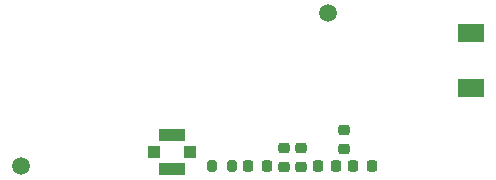
<source format=gbr>
%TF.GenerationSoftware,KiCad,Pcbnew,6.0.0+dfsg1-2*%
%TF.CreationDate,2022-03-05T21:21:34-05:00*%
%TF.ProjectId,RUSP_Antenna,52555350-5f41-46e7-9465-6e6e612e6b69,rev?*%
%TF.SameCoordinates,Original*%
%TF.FileFunction,Soldermask,Top*%
%TF.FilePolarity,Negative*%
%FSLAX46Y46*%
G04 Gerber Fmt 4.6, Leading zero omitted, Abs format (unit mm)*
G04 Created by KiCad (PCBNEW 6.0.0+dfsg1-2) date 2022-03-05 21:21:34*
%MOMM*%
%LPD*%
G01*
G04 APERTURE LIST*
G04 Aperture macros list*
%AMRoundRect*
0 Rectangle with rounded corners*
0 $1 Rounding radius*
0 $2 $3 $4 $5 $6 $7 $8 $9 X,Y pos of 4 corners*
0 Add a 4 corners polygon primitive as box body*
4,1,4,$2,$3,$4,$5,$6,$7,$8,$9,$2,$3,0*
0 Add four circle primitives for the rounded corners*
1,1,$1+$1,$2,$3*
1,1,$1+$1,$4,$5*
1,1,$1+$1,$6,$7*
1,1,$1+$1,$8,$9*
0 Add four rect primitives between the rounded corners*
20,1,$1+$1,$2,$3,$4,$5,0*
20,1,$1+$1,$4,$5,$6,$7,0*
20,1,$1+$1,$6,$7,$8,$9,0*
20,1,$1+$1,$8,$9,$2,$3,0*%
G04 Aperture macros list end*
%ADD10C,1.500000*%
%ADD11R,1.000000X1.000000*%
%ADD12R,2.200000X1.050000*%
%ADD13RoundRect,0.225000X-0.225000X-0.250000X0.225000X-0.250000X0.225000X0.250000X-0.225000X0.250000X0*%
%ADD14RoundRect,0.225000X-0.250000X0.225000X-0.250000X-0.225000X0.250000X-0.225000X0.250000X0.225000X0*%
%ADD15RoundRect,0.218750X0.256250X-0.218750X0.256250X0.218750X-0.256250X0.218750X-0.256250X-0.218750X0*%
%ADD16R,2.300000X1.650000*%
%ADD17RoundRect,0.200000X0.200000X0.275000X-0.200000X0.275000X-0.200000X-0.275000X0.200000X-0.275000X0*%
%ADD18RoundRect,0.218750X0.218750X0.256250X-0.218750X0.256250X-0.218750X-0.256250X0.218750X-0.256250X0*%
G04 APERTURE END LIST*
D10*
%TO.C,FID1*%
X125750000Y-103750000D03*
%TD*%
%TO.C,FID2*%
X151750000Y-90750000D03*
%TD*%
D11*
%TO.C,J1*%
X140050000Y-102550000D03*
D12*
X138550000Y-101075000D03*
X138550000Y-104025000D03*
D11*
X137050000Y-102550000D03*
%TD*%
D13*
%TO.C,C1*%
X150925000Y-103750000D03*
X152475000Y-103750000D03*
%TD*%
D14*
%TO.C,C2*%
X149490000Y-102245000D03*
X149490000Y-103795000D03*
%TD*%
D15*
%TO.C,L1*%
X153160000Y-102277500D03*
X153160000Y-100702500D03*
%TD*%
D16*
%TO.C,AE1*%
X163850000Y-92475000D03*
X163850000Y-97125000D03*
%TD*%
D17*
%TO.C,R1*%
X143635000Y-103700000D03*
X141985000Y-103700000D03*
%TD*%
D18*
%TO.C,L2*%
X155487500Y-103690000D03*
X153912500Y-103690000D03*
%TD*%
D15*
%TO.C,L3*%
X148010000Y-103797500D03*
X148010000Y-102222500D03*
%TD*%
D13*
%TO.C,C3*%
X145025000Y-103700000D03*
X146575000Y-103700000D03*
%TD*%
M02*

</source>
